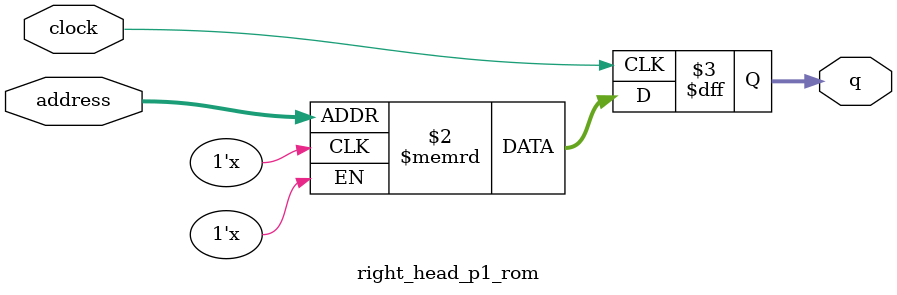
<source format=sv>
module right_head_p1_rom (
	input logic clock,
	input logic [9:0] address,
	output logic [3:0] q
);

logic [3:0] memory [0:575] /* synthesis ram_init_file = "./right_head_p1/right_head_p1.mif" */;

always_ff @ (posedge clock) begin
	q <= memory[address];
end

endmodule

</source>
